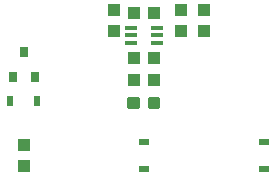
<source format=gtp>
G75*
%MOIN*%
%OFA0B0*%
%FSLAX25Y25*%
%IPPOS*%
%LPD*%
%AMOC8*
5,1,8,0,0,1.08239X$1,22.5*
%
%ADD10R,0.04331X0.03937*%
%ADD11C,0.01181*%
%ADD12R,0.03937X0.04331*%
%ADD13R,0.02480X0.03268*%
%ADD14R,0.03268X0.02480*%
%ADD15R,0.03150X0.03543*%
%ADD16R,0.03937X0.01378*%
D10*
X0199987Y0276400D03*
X0206680Y0276400D03*
X0206680Y0283900D03*
X0199987Y0283900D03*
X0199987Y0298900D03*
X0206680Y0298900D03*
D11*
X0208164Y0270278D02*
X0208164Y0267522D01*
X0205408Y0267522D01*
X0205408Y0270278D01*
X0208164Y0270278D01*
X0208164Y0268644D02*
X0205408Y0268644D01*
X0205408Y0269766D02*
X0208164Y0269766D01*
X0201259Y0270278D02*
X0201259Y0267522D01*
X0198503Y0267522D01*
X0198503Y0270278D01*
X0201259Y0270278D01*
X0201259Y0268644D02*
X0198503Y0268644D01*
X0198503Y0269766D02*
X0201259Y0269766D01*
D12*
X0193333Y0293054D03*
X0193333Y0299746D03*
X0215833Y0299746D03*
X0215833Y0293054D03*
X0223333Y0293054D03*
X0223333Y0299746D03*
X0163333Y0254746D03*
X0163333Y0248054D03*
D13*
X0158806Y0269400D03*
X0167861Y0269400D03*
D14*
X0203333Y0246872D03*
X0203333Y0255928D03*
X0243333Y0255928D03*
X0243333Y0246872D03*
D15*
X0167073Y0277463D03*
X0159593Y0277463D03*
X0163333Y0285731D03*
D16*
X0199003Y0289038D03*
X0199003Y0291400D03*
X0199003Y0293762D03*
X0207664Y0293762D03*
X0207664Y0291400D03*
X0207664Y0289038D03*
M02*

</source>
